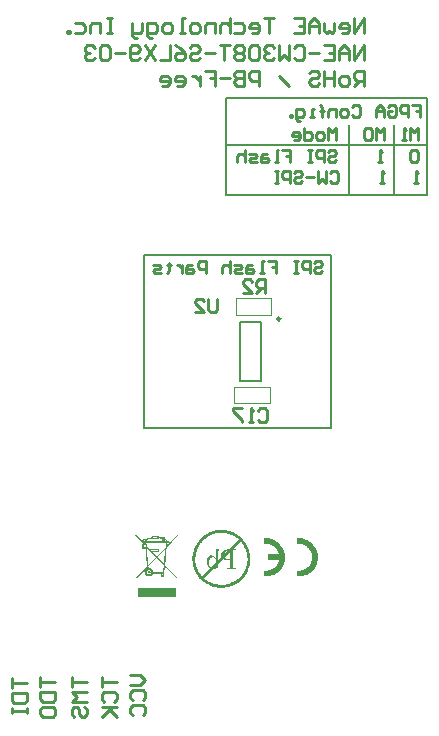
<source format=gbo>
G04*
G04 #@! TF.GenerationSoftware,Altium Limited,Altium Designer,18.1.9 (240)*
G04*
G04 Layer_Color=32896*
%FSLAX25Y25*%
%MOIN*%
G70*
G01*
G75*
%ADD10C,0.00787*%
%ADD11C,0.00984*%
%ADD13C,0.01000*%
%ADD14C,0.00394*%
G36*
X222541Y175877D02*
X223016Y175820D01*
X223467Y175727D01*
X223895Y175600D01*
X224300Y175461D01*
X224670Y175299D01*
X225029Y175125D01*
X225341Y174952D01*
X225631Y174778D01*
X225885Y174605D01*
X226105Y174443D01*
X226290Y174304D01*
X226429Y174177D01*
X226533Y174084D01*
X226603Y174026D01*
X226626Y174003D01*
X226961Y173644D01*
X227250Y173263D01*
X227505Y172881D01*
X227713Y172499D01*
X227898Y172106D01*
X228049Y171735D01*
X228176Y171365D01*
X228280Y171018D01*
X228350Y170694D01*
X228407Y170393D01*
X228454Y170127D01*
X228477Y169896D01*
X228488Y169792D01*
X228500Y169699D01*
Y169630D01*
X228512Y169560D01*
Y169514D01*
Y169479D01*
Y169456D01*
Y169445D01*
X228488Y168958D01*
X228431Y168484D01*
X228338Y168033D01*
X228211Y167605D01*
X228072Y167200D01*
X227910Y166830D01*
X227748Y166483D01*
X227563Y166159D01*
X227389Y165881D01*
X227227Y165626D01*
X227065Y165407D01*
X226915Y165221D01*
X226799Y165083D01*
X226707Y164967D01*
X226649Y164909D01*
X226626Y164886D01*
X226267Y164550D01*
X225885Y164261D01*
X225503Y164007D01*
X225110Y163798D01*
X224728Y163613D01*
X224346Y163463D01*
X223976Y163336D01*
X223629Y163231D01*
X223305Y163162D01*
X223004Y163104D01*
X222738Y163058D01*
X222507Y163035D01*
X222403Y163023D01*
X222310Y163012D01*
X222241D01*
X222171Y163000D01*
X221813D01*
X221708Y163012D01*
X221523D01*
X221465Y163023D01*
X221408D01*
Y164979D01*
X221627Y164955D01*
X221743Y164944D01*
X221836D01*
X221928Y164932D01*
X222056D01*
X222403Y164944D01*
X222727Y164990D01*
X223039Y165059D01*
X223340Y165140D01*
X223618Y165233D01*
X223884Y165349D01*
X224127Y165464D01*
X224346Y165592D01*
X224555Y165719D01*
X224728Y165835D01*
X224879Y165950D01*
X225006Y166043D01*
X225110Y166136D01*
X225191Y166193D01*
X225237Y166240D01*
X225249Y166251D01*
X225480Y166506D01*
X225689Y166772D01*
X225862Y167038D01*
X226012Y167316D01*
X226140Y167582D01*
X226244Y167848D01*
X226336Y168102D01*
X226406Y168345D01*
X226452Y168577D01*
X226498Y168785D01*
X226521Y168970D01*
X226545Y169132D01*
X226556Y169259D01*
X226568Y169363D01*
Y169421D01*
Y169445D01*
X226556Y169792D01*
X226510Y170116D01*
X226441Y170440D01*
X226360Y170740D01*
X226267Y171018D01*
X226151Y171284D01*
X226036Y171527D01*
X225908Y171747D01*
X225781Y171944D01*
X225665Y172117D01*
X225550Y172279D01*
X225457Y172406D01*
X225364Y172499D01*
X225307Y172580D01*
X225260Y172626D01*
X225249Y172638D01*
X224994Y172869D01*
X224728Y173077D01*
X224462Y173251D01*
X224184Y173413D01*
X223918Y173540D01*
X223652Y173644D01*
X223398Y173737D01*
X223155Y173806D01*
X222923Y173853D01*
X222715Y173899D01*
X222530Y173934D01*
X222368Y173945D01*
X222241Y173957D01*
X222136Y173968D01*
X222056D01*
X221813Y173957D01*
X221708D01*
X221604Y173945D01*
X221523Y173934D01*
X221465D01*
X221419Y173922D01*
X221408D01*
Y175866D01*
X221627Y175889D01*
X221732D01*
X221836Y175900D01*
X222056D01*
X222541Y175877D01*
D02*
G37*
G36*
X211573D02*
X212048Y175820D01*
X212499Y175727D01*
X212927Y175600D01*
X213332Y175461D01*
X213702Y175299D01*
X214049Y175125D01*
X214373Y174952D01*
X214651Y174778D01*
X214905Y174605D01*
X215125Y174443D01*
X215310Y174304D01*
X215449Y174177D01*
X215565Y174084D01*
X215623Y174026D01*
X215646Y174003D01*
X215981Y173644D01*
X216270Y173263D01*
X216525Y172881D01*
X216733Y172499D01*
X216918Y172106D01*
X217069Y171735D01*
X217196Y171365D01*
X217300Y171018D01*
X217370Y170694D01*
X217427Y170393D01*
X217474Y170127D01*
X217497Y169896D01*
X217509Y169792D01*
X217520Y169699D01*
Y169630D01*
X217532Y169560D01*
Y169514D01*
Y169479D01*
Y169456D01*
Y169445D01*
X217509Y168958D01*
X217451Y168484D01*
X217358Y168033D01*
X217231Y167605D01*
X217092Y167200D01*
X216930Y166830D01*
X216768Y166483D01*
X216583Y166159D01*
X216409Y165881D01*
X216247Y165626D01*
X216085Y165407D01*
X215935Y165221D01*
X215819Y165083D01*
X215727Y164967D01*
X215669Y164909D01*
X215646Y164886D01*
X215287Y164550D01*
X214905Y164261D01*
X214523Y164007D01*
X214142Y163798D01*
X213748Y163613D01*
X213378Y163463D01*
X213008Y163336D01*
X212661Y163231D01*
X212337Y163162D01*
X212036Y163104D01*
X211770Y163058D01*
X211538Y163035D01*
X211434Y163023D01*
X211342Y163012D01*
X211272D01*
X211203Y163000D01*
X210844D01*
X210740Y163012D01*
X210555D01*
X210497Y163023D01*
X210439D01*
X210451Y164979D01*
X210671Y164955D01*
X210775Y164944D01*
X210879D01*
X210960Y164932D01*
X211087D01*
X211376Y164944D01*
X211666Y164979D01*
X211943Y165025D01*
X212198Y165083D01*
X212452Y165164D01*
X212684Y165245D01*
X212904Y165337D01*
X213100Y165430D01*
X213285Y165522D01*
X213447Y165615D01*
X213586Y165696D01*
X213702Y165777D01*
X213794Y165835D01*
X213864Y165881D01*
X213910Y165916D01*
X213922Y165927D01*
X214142Y166124D01*
X214350Y166321D01*
X214523Y166529D01*
X214685Y166749D01*
X214836Y166957D01*
X214963Y167177D01*
X215079Y167385D01*
X215171Y167582D01*
X215252Y167767D01*
X215322Y167940D01*
X215380Y168091D01*
X215426Y168230D01*
X215461Y168334D01*
X215484Y168415D01*
X215495Y168461D01*
Y168484D01*
X211723D01*
Y170416D01*
X215495D01*
X215426Y170706D01*
X215333Y170972D01*
X215229Y171238D01*
X215113Y171481D01*
X214986Y171701D01*
X214859Y171909D01*
X214720Y172106D01*
X214593Y172279D01*
X214466Y172441D01*
X214338Y172580D01*
X214234Y172696D01*
X214130Y172788D01*
X214049Y172869D01*
X213991Y172927D01*
X213945Y172962D01*
X213933Y172973D01*
X213690Y173147D01*
X213447Y173297D01*
X213205Y173436D01*
X212962Y173552D01*
X212719Y173644D01*
X212487Y173725D01*
X212256Y173795D01*
X212036Y173841D01*
X211839Y173887D01*
X211654Y173910D01*
X211492Y173934D01*
X211353Y173957D01*
X211238D01*
X211157Y173968D01*
X211087D01*
X210844Y173957D01*
X210740D01*
X210636Y173945D01*
X210555Y173934D01*
X210497D01*
X210451Y173922D01*
X210439D01*
Y175866D01*
X210578Y175877D01*
X210694Y175889D01*
X210809D01*
X210902Y175900D01*
X211087D01*
X211573Y175877D01*
D02*
G37*
G36*
X196698Y178573D02*
X197068Y178550D01*
X197427Y178515D01*
X197774Y178457D01*
X198121Y178400D01*
X198445Y178319D01*
X199093Y178145D01*
X199694Y177925D01*
X200261Y177682D01*
X200782Y177428D01*
X201025Y177300D01*
X201256Y177162D01*
X201476Y177034D01*
X201684Y176895D01*
X201881Y176768D01*
X202066Y176641D01*
X202240Y176514D01*
X202402Y176398D01*
X202541Y176282D01*
X202668Y176178D01*
X202783Y176085D01*
X202888Y176005D01*
X202980Y175924D01*
X203050Y175866D01*
X203108Y175808D01*
X203142Y175773D01*
X203165Y175750D01*
X203177Y175738D01*
X203432Y175472D01*
X203674Y175195D01*
X203894Y174917D01*
X204114Y174628D01*
X204299Y174338D01*
X204484Y174061D01*
X204658Y173760D01*
X204808Y173471D01*
X204947Y173181D01*
X205086Y172892D01*
X205306Y172325D01*
X205503Y171782D01*
X205641Y171261D01*
X205769Y170763D01*
X205815Y170532D01*
X205850Y170312D01*
X205884Y170115D01*
X205919Y169919D01*
X205942Y169734D01*
X205954Y169572D01*
X205965Y169421D01*
X205977Y169294D01*
X205988Y169178D01*
Y169074D01*
X206000Y169005D01*
Y168947D01*
Y168912D01*
Y168901D01*
X205988Y168530D01*
X205965Y168160D01*
X205931Y167801D01*
X205873Y167454D01*
X205815Y167107D01*
X205734Y166783D01*
X205560Y166135D01*
X205341Y165534D01*
X205109Y164967D01*
X204855Y164446D01*
X204716Y164203D01*
X204589Y163972D01*
X204461Y163752D01*
X204322Y163544D01*
X204195Y163347D01*
X204068Y163162D01*
X203952Y162988D01*
X203836Y162826D01*
X203721Y162688D01*
X203617Y162560D01*
X203524Y162444D01*
X203432Y162340D01*
X203362Y162248D01*
X203293Y162178D01*
X203246Y162120D01*
X203212Y162086D01*
X203188Y162063D01*
X203177Y162051D01*
X202911Y161797D01*
X202633Y161554D01*
X202355Y161322D01*
X202066Y161114D01*
X201777Y160917D01*
X201488Y160732D01*
X201199Y160570D01*
X200909Y160408D01*
X200620Y160269D01*
X200331Y160142D01*
X199764Y159911D01*
X199208Y159725D01*
X198688Y159575D01*
X198202Y159459D01*
X197970Y159402D01*
X197751Y159367D01*
X197542Y159332D01*
X197346Y159309D01*
X197160Y159274D01*
X196999Y159263D01*
X196848Y159251D01*
X196721Y159240D01*
X196605Y159228D01*
X196501D01*
X196432Y159216D01*
X196327D01*
X195957Y159228D01*
X195587Y159251D01*
X195228Y159286D01*
X194881Y159344D01*
X194546Y159402D01*
X194210Y159483D01*
X193574Y159656D01*
X192972Y159876D01*
X192405Y160119D01*
X191885Y160373D01*
X191642Y160501D01*
X191410Y160640D01*
X191190Y160767D01*
X190982Y160894D01*
X190785Y161033D01*
X190600Y161160D01*
X190427Y161276D01*
X190265Y161392D01*
X190126Y161507D01*
X189999Y161611D01*
X189883Y161704D01*
X189779Y161785D01*
X189686Y161866D01*
X189617Y161935D01*
X189559Y161982D01*
X189524Y162016D01*
X189501Y162039D01*
X189490Y162051D01*
X189235Y162317D01*
X188992Y162595D01*
X188761Y162873D01*
X188552Y163162D01*
X188356Y163451D01*
X188171Y163740D01*
X187997Y164030D01*
X187847Y164319D01*
X187696Y164608D01*
X187569Y164897D01*
X187338Y165464D01*
X187153Y166020D01*
X187002Y166540D01*
X186886Y167026D01*
X186828Y167258D01*
X186794Y167477D01*
X186759Y167686D01*
X186724Y167882D01*
X186701Y168068D01*
X186690Y168229D01*
X186678Y168380D01*
X186667Y168507D01*
X186655Y168623D01*
X186643Y168727D01*
Y168796D01*
Y168854D01*
Y168889D01*
Y168901D01*
X186655Y169271D01*
X186678Y169641D01*
X186713Y170000D01*
X186771Y170347D01*
X186828Y170682D01*
X186909Y171018D01*
X187083Y171654D01*
X187303Y172256D01*
X187546Y172823D01*
X187800Y173343D01*
X187928Y173586D01*
X188066Y173818D01*
X188194Y174038D01*
X188333Y174246D01*
X188460Y174443D01*
X188587Y174628D01*
X188714Y174801D01*
X188830Y174963D01*
X188946Y175102D01*
X189050Y175229D01*
X189143Y175345D01*
X189224Y175449D01*
X189304Y175542D01*
X189362Y175611D01*
X189420Y175669D01*
X189455Y175704D01*
X189478Y175727D01*
X189490Y175738D01*
X189756Y175993D01*
X190033Y176236D01*
X190311Y176467D01*
X190600Y176676D01*
X190890Y176872D01*
X191167Y177057D01*
X191468Y177231D01*
X191757Y177381D01*
X192047Y177532D01*
X192336Y177659D01*
X192903Y177890D01*
X193447Y178076D01*
X193967Y178226D01*
X194465Y178342D01*
X194696Y178400D01*
X194916Y178434D01*
X195113Y178469D01*
X195309Y178504D01*
X195494Y178527D01*
X195656Y178538D01*
X195807Y178550D01*
X195934Y178561D01*
X196050Y178573D01*
X196154Y178585D01*
X196327D01*
X196698Y178573D01*
D02*
G37*
G36*
X182000Y176722D02*
X178078Y172638D01*
X177962Y171538D01*
X177719Y168866D01*
X177522Y166945D01*
X181722Y162630D01*
X181433Y162352D01*
X177488Y166401D01*
X177256Y163914D01*
X177129D01*
Y162965D01*
X176250D01*
Y163914D01*
X173531D01*
X173427Y163729D01*
X173299Y163544D01*
X173103Y163335D01*
X172848Y163162D01*
X172559Y163069D01*
X172281Y163035D01*
X171992Y163046D01*
X171784Y163104D01*
X171541Y163208D01*
X171333Y163335D01*
X171170Y163497D01*
X171009Y163729D01*
X170893Y163983D01*
X170823Y164226D01*
X170800Y164423D01*
X170823Y164666D01*
X170858Y164851D01*
X170928Y165025D01*
X171032Y165221D01*
X171147Y165383D01*
X171309Y165534D01*
X171483Y165649D01*
X171645Y165730D01*
X171622Y165939D01*
X168162Y162352D01*
X167873Y162641D01*
X171587Y166482D01*
X171286Y169838D01*
X171078Y172267D01*
X169967D01*
Y173829D01*
X170256D01*
X167445Y176722D01*
X167734Y176999D01*
X170384Y174269D01*
Y174466D01*
X170326Y174512D01*
X170256Y174558D01*
X170187Y174628D01*
X170118Y174709D01*
X170083Y174813D01*
X170048Y174905D01*
X170037Y175021D01*
X170060Y175171D01*
X170095Y175252D01*
X170199Y175415D01*
X170314Y175519D01*
X170465Y175588D01*
X170627Y175611D01*
X170789Y175588D01*
X170928Y175530D01*
X171043Y175461D01*
X171101Y175391D01*
X171205Y175484D01*
X171379Y175600D01*
X171587Y175704D01*
X171888Y175819D01*
X172212Y175912D01*
X172536Y175981D01*
X172883Y176039D01*
X173161Y176074D01*
Y176421D01*
X175382D01*
Y176120D01*
X175556D01*
X175845Y176085D01*
X176146Y176051D01*
X176435Y176005D01*
Y176190D01*
X177395D01*
Y175738D01*
X177511Y175681D01*
X177661Y175611D01*
X177835Y175507D01*
X177974Y175415D01*
X178101Y175299D01*
X178193Y175218D01*
X178251Y175137D01*
X178298Y175044D01*
X178275Y174882D01*
X178830D01*
Y174177D01*
X178217D01*
X178124Y173262D01*
X181711Y176999D01*
X182000Y176722D01*
D02*
G37*
G36*
X181155Y159147D02*
Y159089D01*
Y159008D01*
Y158927D01*
Y158835D01*
Y158754D01*
Y158696D01*
Y158684D01*
Y158673D01*
Y158291D01*
Y158106D01*
Y157932D01*
Y157793D01*
Y157678D01*
Y157631D01*
Y157597D01*
Y157585D01*
Y157573D01*
Y157354D01*
Y157157D01*
Y156972D01*
Y156810D01*
Y156671D01*
Y156579D01*
Y156509D01*
Y156498D01*
Y156486D01*
Y156324D01*
Y156208D01*
Y156116D01*
Y156058D01*
Y156023D01*
Y156012D01*
Y156000D01*
X168509D01*
Y156023D01*
Y156081D01*
Y156150D01*
Y156243D01*
Y156335D01*
Y156405D01*
Y156463D01*
Y156486D01*
Y156868D01*
Y157053D01*
Y157215D01*
Y157365D01*
Y157469D01*
Y157516D01*
Y157550D01*
Y157562D01*
Y157573D01*
Y157793D01*
Y158002D01*
Y158187D01*
Y158349D01*
Y158488D01*
Y158592D01*
Y158650D01*
Y158673D01*
Y158765D01*
Y158835D01*
Y158962D01*
Y159055D01*
Y159112D01*
Y159147D01*
Y159159D01*
Y159170D01*
X181155D01*
Y159147D01*
D02*
G37*
%LPC*%
G36*
X196490Y177613D02*
X196327D01*
X195992Y177601D01*
X195668Y177590D01*
X195344Y177555D01*
X195032Y177509D01*
X194418Y177381D01*
X193840Y177219D01*
X193296Y177023D01*
X192799Y176803D01*
X192324Y176572D01*
X191896Y176340D01*
X191514Y176097D01*
X191329Y175981D01*
X191167Y175866D01*
X191017Y175750D01*
X190878Y175646D01*
X190739Y175553D01*
X190623Y175461D01*
X190519Y175368D01*
X190427Y175287D01*
X190357Y175229D01*
X190288Y175171D01*
X190242Y175114D01*
X190207Y175091D01*
X190184Y175067D01*
X190172Y175056D01*
X189941Y174813D01*
X189721Y174570D01*
X189513Y174315D01*
X189328Y174061D01*
X189154Y173806D01*
X188992Y173540D01*
X188830Y173286D01*
X188691Y173020D01*
X188448Y172499D01*
X188240Y171990D01*
X188066Y171492D01*
X187939Y171029D01*
X187823Y170578D01*
X187754Y170173D01*
X187719Y169988D01*
X187696Y169815D01*
X187673Y169653D01*
X187650Y169502D01*
X187638Y169375D01*
X187627Y169248D01*
Y169143D01*
X187615Y169062D01*
Y168993D01*
Y168947D01*
Y168912D01*
Y168901D01*
X187627Y168565D01*
X187638Y168241D01*
X187673Y167917D01*
X187719Y167605D01*
X187847Y166991D01*
X188009Y166413D01*
X188205Y165869D01*
X188425Y165360D01*
X188657Y164897D01*
X188888Y164469D01*
X189131Y164076D01*
X189247Y163902D01*
X189362Y163729D01*
X189478Y163578D01*
X189582Y163440D01*
X189675Y163312D01*
X189767Y163185D01*
X189833Y163111D01*
X192509Y165788D01*
X192370Y165881D01*
X192243Y165973D01*
X192197Y166020D01*
X192162Y166054D01*
X192139Y166066D01*
X192128Y166077D01*
X191989Y166216D01*
X191873Y166355D01*
X191769Y166506D01*
X191688Y166667D01*
X191607Y166818D01*
X191549Y166968D01*
X191456Y167269D01*
X191422Y167408D01*
X191399Y167524D01*
X191387Y167639D01*
X191376Y167744D01*
X191364Y167813D01*
Y167882D01*
Y167917D01*
Y167929D01*
Y168114D01*
X191387Y168287D01*
X191445Y168588D01*
X191526Y168866D01*
X191561Y168982D01*
X191607Y169086D01*
X191653Y169178D01*
X191700Y169259D01*
X191746Y169329D01*
X191780Y169386D01*
X191815Y169433D01*
X191838Y169467D01*
X191850Y169479D01*
X191861Y169491D01*
X191954Y169595D01*
X192058Y169687D01*
X192151Y169757D01*
X192255Y169826D01*
X192452Y169930D01*
X192625Y170000D01*
X192787Y170034D01*
X192903Y170057D01*
X192949Y170069D01*
X193018D01*
X193157Y170057D01*
X193285Y170034D01*
X193412Y169988D01*
X193539Y169930D01*
X193771Y169791D01*
X193979Y169630D01*
X194141Y169467D01*
X194210Y169398D01*
X194268Y169329D01*
X194314Y169271D01*
X194349Y169225D01*
X194372Y169201D01*
X194384Y169190D01*
Y172325D01*
X194592D01*
X195888Y171793D01*
X195818Y171631D01*
X195691Y171677D01*
X195587Y171689D01*
X195518Y171701D01*
X195494D01*
X195413Y171689D01*
X195356Y171677D01*
X195309Y171654D01*
X195298Y171643D01*
X195252Y171573D01*
X195217Y171504D01*
X195205Y171434D01*
X195194Y171423D01*
Y171411D01*
X195182Y171377D01*
Y171319D01*
X195170Y171203D01*
Y171053D01*
X195159Y170891D01*
Y170752D01*
Y170624D01*
Y170578D01*
Y170544D01*
Y170520D01*
Y170509D01*
Y168438D01*
X196304Y169595D01*
X196247Y169815D01*
X196223Y169930D01*
X196212Y170023D01*
X196200Y170115D01*
Y170185D01*
Y170231D01*
Y170243D01*
X196212Y170451D01*
X196258Y170636D01*
X196304Y170810D01*
X196374Y170948D01*
X196432Y171076D01*
X196490Y171157D01*
X196536Y171215D01*
X196547Y171238D01*
X196686Y171388D01*
X196825Y171515D01*
X196964Y171619D01*
X197091Y171701D01*
X197207Y171758D01*
X197299Y171805D01*
X197357Y171828D01*
X197380Y171839D01*
X197589Y171897D01*
X197808Y171943D01*
X198028Y171967D01*
X198248Y171990D01*
X198445Y172001D01*
X198526Y172013D01*
X198734D01*
X202118Y175397D01*
X202240Y175287D01*
X202483Y175056D01*
X202124Y175403D01*
X202118Y175397D01*
X201997Y175507D01*
X201742Y175715D01*
X201488Y175900D01*
X201222Y176074D01*
X200967Y176236D01*
X200701Y176398D01*
X200446Y176537D01*
X199926Y176780D01*
X199417Y176988D01*
X198919Y177162D01*
X198445Y177289D01*
X198005Y177404D01*
X197600Y177474D01*
X197415Y177509D01*
X197241Y177532D01*
X197080Y177555D01*
X196929Y177578D01*
X196790Y177590D01*
X196675Y177601D01*
X196571D01*
X196490Y177613D01*
D02*
G37*
G36*
X198318Y171596D02*
X198179Y171550D01*
X198051Y171504D01*
X198005Y171481D01*
X197970Y171469D01*
X197947Y171446D01*
X197936D01*
X197832Y171377D01*
X197727Y171295D01*
X197646Y171203D01*
X197577Y171122D01*
X197519Y171041D01*
X197485Y170972D01*
X197461Y170925D01*
X197450Y170914D01*
X197392Y170786D01*
X197357Y170705D01*
X197346Y170648D01*
X197334Y170624D01*
X198318Y171596D01*
D02*
G37*
G36*
X199266Y171168D02*
X197473Y169386D01*
X197531Y169294D01*
X197589Y169225D01*
X197623Y169178D01*
X197635Y169167D01*
X197774Y169039D01*
X197924Y168935D01*
X198063Y168866D01*
X198190Y168820D01*
X198306Y168796D01*
X198398Y168785D01*
X198456Y168773D01*
X198479D01*
X198584Y168785D01*
X198699Y168796D01*
X198746D01*
X198780Y168808D01*
X198815D01*
X198965Y168820D01*
X199116Y168843D01*
X199174Y168854D01*
X199220Y168866D01*
X199255Y168877D01*
X199266D01*
Y171168D01*
D02*
G37*
G36*
X193481Y169386D02*
X193389D01*
X193215Y169363D01*
X193065Y169317D01*
X192926Y169248D01*
X192799Y169167D01*
X192694Y169086D01*
X192625Y169016D01*
X192567Y168970D01*
X192556Y168947D01*
X192428Y168762D01*
X192336Y168553D01*
X192266Y168345D01*
X192220Y168137D01*
X192197Y167952D01*
X192185Y167871D01*
X192174Y167801D01*
Y167744D01*
Y167697D01*
Y167674D01*
Y167663D01*
X192185Y167350D01*
X192232Y167072D01*
X192290Y166830D01*
X192359Y166644D01*
X192440Y166494D01*
X192498Y166390D01*
X192544Y166320D01*
X192556Y166297D01*
X192625Y166193D01*
X192694Y166124D01*
X192752Y166066D01*
X192764Y166054D01*
X192775D01*
X194384Y167651D01*
Y168889D01*
X194268Y168993D01*
X194176Y169074D01*
X194083Y169132D01*
X194014Y169190D01*
X193956Y169225D01*
X193921Y169248D01*
X193898Y169271D01*
X193886D01*
X193701Y169340D01*
X193620Y169363D01*
X193539Y169375D01*
X193481Y169386D01*
D02*
G37*
G36*
X202483Y175056D02*
X202495Y175043D01*
X202506Y175021D01*
X202541Y174986D01*
X202587Y174940D01*
X202645Y174871D01*
X202714Y174801D01*
X202795Y174709D01*
X200099Y172013D01*
X201083D01*
Y171839D01*
X200840D01*
X200712Y171828D01*
X200608Y171805D01*
X200504Y171770D01*
X200435Y171735D01*
X200377Y171701D01*
X200331Y171666D01*
X200308Y171643D01*
X200296Y171631D01*
X200250Y171562D01*
X200227Y171458D01*
X200203Y171330D01*
X200180Y171203D01*
Y171076D01*
X200169Y170983D01*
Y170902D01*
Y170891D01*
Y170879D01*
Y166748D01*
Y166563D01*
X200180Y166401D01*
X200192Y166286D01*
X200215Y166193D01*
X200227Y166124D01*
X200250Y166077D01*
X200261Y166054D01*
Y166043D01*
X200342Y165962D01*
X200435Y165892D01*
X200527Y165846D01*
X200620Y165823D01*
X200701Y165800D01*
X200770Y165788D01*
X201083D01*
Y165603D01*
X198341D01*
Y165788D01*
X198584D01*
X198711Y165800D01*
X198815Y165823D01*
X198908Y165846D01*
X198989Y165892D01*
X199046Y165927D01*
X199093Y165950D01*
X199116Y165973D01*
X199127Y165985D01*
X199174Y166066D01*
X199208Y166170D01*
X199232Y166297D01*
X199243Y166425D01*
X199255Y166552D01*
X199266Y166656D01*
Y166725D01*
Y166737D01*
Y166748D01*
Y168600D01*
X199139Y168577D01*
X199023Y168553D01*
X198931Y168542D01*
X198850Y168530D01*
X198780Y168519D01*
X198734Y168507D01*
X198688D01*
X198491Y168484D01*
X198398D01*
X198329Y168473D01*
X198179D01*
X197901Y168484D01*
X197646Y168530D01*
X197427Y168588D01*
X197241Y168646D01*
X197103Y168715D01*
X196999Y168762D01*
X196929Y168808D01*
X196906Y168820D01*
X195159Y167072D01*
Y166020D01*
X195009Y165927D01*
X194858Y165846D01*
X194731Y165777D01*
X194604Y165719D01*
X194511Y165673D01*
X194430Y165638D01*
X194372Y165626D01*
X194361Y165615D01*
X194222Y165568D01*
X194095Y165534D01*
X193956Y165510D01*
X193840Y165499D01*
X193747Y165487D01*
X193666Y165476D01*
X193562D01*
X190508Y162421D01*
X190161Y162745D01*
X190134Y162774D01*
X190138Y162768D01*
X190161Y162745D01*
X190172Y162734D01*
X190415Y162502D01*
X190658Y162283D01*
X190913Y162086D01*
X191167Y161889D01*
X191422Y161716D01*
X191688Y161554D01*
X191943Y161403D01*
X192209Y161264D01*
X192729Y161021D01*
X193238Y160813D01*
X193736Y160640D01*
X194199Y160512D01*
X194650Y160397D01*
X195055Y160327D01*
X195240Y160292D01*
X195413Y160269D01*
X195575Y160246D01*
X195726Y160223D01*
X195853Y160212D01*
X195980Y160200D01*
X196084D01*
X196166Y160188D01*
X196327D01*
X196663Y160200D01*
X196987Y160223D01*
X197311Y160246D01*
X197623Y160292D01*
X198237Y160420D01*
X198803Y160582D01*
X199347Y160778D01*
X199856Y160998D01*
X200331Y161230D01*
X200759Y161461D01*
X201141Y161704D01*
X201314Y161820D01*
X201488Y161924D01*
X201638Y162039D01*
X201777Y162144D01*
X201904Y162248D01*
X202031Y162340D01*
X202136Y162421D01*
X202228Y162502D01*
X202298Y162572D01*
X202367Y162630D01*
X202413Y162676D01*
X202448Y162711D01*
X202471Y162722D01*
X202483Y162734D01*
X202714Y162977D01*
X202934Y163220D01*
X203131Y163474D01*
X203327Y163729D01*
X203501Y163995D01*
X203663Y164249D01*
X203825Y164515D01*
X203964Y164782D01*
X204207Y165302D01*
X204415Y165811D01*
X204589Y166309D01*
X204716Y166772D01*
X204820Y167223D01*
X204901Y167628D01*
X204936Y167813D01*
X204959Y167987D01*
X204982Y168149D01*
X205005Y168299D01*
X205017Y168426D01*
X205028Y168553D01*
Y168658D01*
X205040Y168739D01*
Y168808D01*
Y168854D01*
Y168889D01*
Y168901D01*
X205028Y169236D01*
X205005Y169560D01*
X204982Y169884D01*
X204924Y170196D01*
X204808Y170810D01*
X204635Y171388D01*
X204450Y171932D01*
X204230Y172429D01*
X203998Y172904D01*
X203755Y173332D01*
X203524Y173714D01*
X203408Y173899D01*
X203293Y174061D01*
X203177Y174211D01*
X203073Y174350D01*
X202980Y174489D01*
X202876Y174605D01*
X202795Y174709D01*
X202807Y174720D01*
X202495Y175043D01*
X202494Y175044D01*
X202483Y175056D01*
D02*
G37*
G36*
X189833Y163111D02*
X189825Y163104D01*
X190002Y162915D01*
X189999Y162919D01*
X189941Y162988D01*
X189860Y163081D01*
X189833Y163111D01*
D02*
G37*
G36*
X190002Y162915D02*
X190057Y162849D01*
X190083Y162828D01*
X190134Y162774D01*
X190114Y162803D01*
X190083Y162828D01*
X190002Y162915D01*
D02*
G37*
G36*
X174965Y176028D02*
X173554D01*
Y175796D01*
X174965D01*
Y176028D01*
D02*
G37*
G36*
X175382Y175704D02*
Y175391D01*
X173161D01*
Y175657D01*
X172698Y175588D01*
X172281Y175484D01*
X171934Y175391D01*
X171656Y175264D01*
X171437Y175137D01*
X171275Y174986D01*
Y174882D01*
X176435D01*
Y175565D01*
X176122Y175623D01*
X175775Y175669D01*
X175382Y175704D01*
D02*
G37*
G36*
X177002Y175796D02*
X176840D01*
Y175264D01*
X176990D01*
X177002Y175796D01*
D02*
G37*
G36*
X177395Y175276D02*
Y174882D01*
X177869D01*
X177881Y174952D01*
X177765Y175067D01*
X177615Y175171D01*
X177395Y175276D01*
D02*
G37*
G36*
X170685Y175206D02*
X170650D01*
X170580Y175195D01*
X170534Y175171D01*
X170488Y175148D01*
X170465Y175114D01*
X170442Y175044D01*
Y175021D01*
Y175010D01*
X170453Y174940D01*
X170476Y174894D01*
X170511Y174859D01*
X170546Y174836D01*
X170615Y174813D01*
X170650D01*
X170719Y174824D01*
X170765Y174847D01*
X170800Y174871D01*
X170823Y174917D01*
X170846Y174975D01*
Y174998D01*
Y175010D01*
X170835Y175079D01*
X170812Y175125D01*
X170789Y175160D01*
X170742Y175183D01*
X170685Y175206D01*
D02*
G37*
G36*
X171147Y173436D02*
X170372D01*
Y172672D01*
X171147D01*
Y173436D01*
D02*
G37*
G36*
X175023Y171689D02*
X172941D01*
Y171562D01*
X175023D01*
Y171689D01*
D02*
G37*
G36*
X177812Y174177D02*
X171333D01*
X171367Y173829D01*
X171541D01*
Y173089D01*
X172513Y172094D01*
X175428D01*
Y171168D01*
X173415D01*
X174757Y169780D01*
X177684Y172823D01*
X177812Y174177D01*
D02*
G37*
G36*
X177627Y172175D02*
X175035Y169491D01*
X177164Y167304D01*
X177627Y172175D01*
D02*
G37*
G36*
X171541Y172510D02*
Y172267D01*
X171494D01*
X171957Y166876D01*
X174479Y169491D01*
X172848Y171168D01*
X172513D01*
Y171504D01*
X171541Y172510D01*
D02*
G37*
G36*
X174757Y169201D02*
X172003Y166344D01*
X172050Y165846D01*
X172235Y165858D01*
X172443Y165846D01*
X172698Y165777D01*
X172941Y165649D01*
X173126Y165522D01*
X173299Y165349D01*
X173450Y165129D01*
X173577Y164851D01*
X173635Y164539D01*
X173623Y164330D01*
X176886D01*
X177118Y166772D01*
X174757Y169201D01*
D02*
G37*
G36*
X172293Y165152D02*
X172223D01*
X172096Y165140D01*
X171992Y165117D01*
X171899Y165082D01*
X171818Y165048D01*
X171749Y164990D01*
X171703Y164932D01*
X171610Y164805D01*
X171564Y164666D01*
X171541Y164562D01*
X171529Y164515D01*
Y164481D01*
Y164458D01*
Y164446D01*
X171541Y164319D01*
X171564Y164215D01*
X171599Y164122D01*
X171633Y164041D01*
X171691Y163983D01*
X171749Y163926D01*
X171876Y163845D01*
X172003Y163787D01*
X172119Y163763D01*
X172154Y163752D01*
X172223D01*
X172351Y163763D01*
X172455Y163787D01*
X172547Y163821D01*
X172628Y163856D01*
X172698Y163914D01*
X172756Y163972D01*
X172837Y164099D01*
X172894Y164226D01*
X172918Y164342D01*
X172929Y164377D01*
Y164411D01*
Y164435D01*
Y164446D01*
X172918Y164573D01*
X172894Y164678D01*
X172860Y164770D01*
X172813Y164851D01*
X172767Y164920D01*
X172709Y164978D01*
X172571Y165059D01*
X172443Y165117D01*
X172327Y165140D01*
X172293Y165152D01*
D02*
G37*
G36*
X176736Y163926D02*
X176643D01*
Y163358D01*
X176736D01*
Y163926D01*
D02*
G37*
%LPD*%
G36*
X172385Y164897D02*
X172501Y164851D01*
X172582Y164770D01*
X172640Y164689D01*
X172675Y164596D01*
X172686Y164515D01*
X172698Y164469D01*
Y164446D01*
X172675Y164296D01*
X172628Y164180D01*
X172547Y164099D01*
X172455Y164041D01*
X172374Y164006D01*
X172293Y163995D01*
X172247Y163983D01*
X172223D01*
X172073Y164006D01*
X171957Y164053D01*
X171876Y164134D01*
X171818Y164215D01*
X171784Y164296D01*
X171772Y164377D01*
X171760Y164423D01*
Y164446D01*
X171784Y164608D01*
X171830Y164724D01*
X171911Y164805D01*
X171992Y164863D01*
X172073Y164897D01*
X172154Y164909D01*
X172200Y164920D01*
X172223D01*
X172385Y164897D01*
D02*
G37*
%LPC*%
G36*
X172235Y164515D02*
X172223D01*
X172177Y164504D01*
X172166Y164481D01*
X172154Y164458D01*
Y164446D01*
X172166Y164411D01*
X172189Y164388D01*
X172212Y164377D01*
X172223D01*
X172258Y164388D01*
X172281Y164411D01*
X172293Y164435D01*
Y164446D01*
X172281Y164492D01*
X172258Y164504D01*
X172235Y164515D01*
D02*
G37*
%LPD*%
D10*
X209543Y228157D02*
Y247843D01*
X202457Y228157D02*
Y247843D01*
X209543D01*
X202457Y228157D02*
X209543D01*
X198000Y322500D02*
X265000D01*
X198000Y290000D02*
Y322500D01*
Y290000D02*
X265000D01*
Y322500D01*
X198000Y306750D02*
X265000D01*
X239000Y290000D02*
Y313500D01*
X254000Y290000D02*
X254500D01*
X254000D02*
Y313500D01*
X170500Y270000D02*
X233000D01*
X170500Y212500D02*
Y270000D01*
Y212500D02*
X233000D01*
Y270000D01*
D11*
X215941Y248847D02*
G03*
X215941Y248847I-492J0D01*
G01*
D13*
X262000Y308397D02*
Y312396D01*
X260667Y311063D01*
X259334Y312396D01*
Y308397D01*
X258001D02*
X256668D01*
X257335D01*
Y312396D01*
X258001Y311729D01*
X250670Y308397D02*
Y312396D01*
X249337Y311063D01*
X248005Y312396D01*
Y308397D01*
X246672Y311729D02*
X246005Y312396D01*
X244672D01*
X244006Y311729D01*
Y309063D01*
X244672Y308397D01*
X246005D01*
X246672Y309063D01*
Y311729D01*
X234676Y308397D02*
Y312396D01*
X233343Y311063D01*
X232010Y312396D01*
Y308397D01*
X230010D02*
X228677D01*
X228011Y309063D01*
Y310396D01*
X228677Y311063D01*
X230010D01*
X230677Y310396D01*
Y309063D01*
X230010Y308397D01*
X224012Y312396D02*
Y308397D01*
X226012D01*
X226678Y309063D01*
Y310396D01*
X226012Y311063D01*
X224012D01*
X220680Y308397D02*
X222013D01*
X222679Y309063D01*
Y310396D01*
X222013Y311063D01*
X220680D01*
X220013Y310396D01*
Y309730D01*
X222679D01*
X262000Y304531D02*
X261334Y305197D01*
X260001D01*
X259334Y304531D01*
Y301865D01*
X260001Y301199D01*
X261334D01*
X262000Y301865D01*
Y304531D01*
X250004Y301199D02*
X248671D01*
X249337D01*
Y305197D01*
X250004Y304531D01*
X232010D02*
X232676Y305197D01*
X234009D01*
X234676Y304531D01*
Y303864D01*
X234009Y303198D01*
X232676D01*
X232010Y302531D01*
Y301865D01*
X232676Y301199D01*
X234009D01*
X234676Y301865D01*
X230677Y301199D02*
Y305197D01*
X228677D01*
X228011Y304531D01*
Y303198D01*
X228677Y302531D01*
X230677D01*
X226678Y305197D02*
X225345D01*
X226012D01*
Y301199D01*
X226678D01*
X225345D01*
X216681Y305197D02*
X219347D01*
Y303198D01*
X218014D01*
X219347D01*
Y301199D01*
X215348D02*
X214016D01*
X214682D01*
Y305197D01*
X215348D01*
X211350Y303864D02*
X210017D01*
X209350Y303198D01*
Y301199D01*
X211350D01*
X212016Y301865D01*
X211350Y302531D01*
X209350D01*
X208017Y301199D02*
X206018D01*
X205352Y301865D01*
X206018Y302531D01*
X207351D01*
X208017Y303198D01*
X207351Y303864D01*
X205352D01*
X204019Y305197D02*
Y301199D01*
Y303198D01*
X203352Y303864D01*
X202019D01*
X201353Y303198D01*
Y301199D01*
X262000Y294000D02*
X260667D01*
X261334D01*
Y297999D01*
X262000Y297332D01*
X250670Y294000D02*
X249337D01*
X250004D01*
Y297999D01*
X250670Y297332D01*
X232676D02*
X233343Y297999D01*
X234676D01*
X235342Y297332D01*
Y294666D01*
X234676Y294000D01*
X233343D01*
X232676Y294666D01*
X231343Y297999D02*
Y294000D01*
X230010Y295333D01*
X228677Y294000D01*
Y297999D01*
X227344Y295999D02*
X224679D01*
X220680Y297332D02*
X221346Y297999D01*
X222679D01*
X223346Y297332D01*
Y296666D01*
X222679Y295999D01*
X221346D01*
X220680Y295333D01*
Y294666D01*
X221346Y294000D01*
X222679D01*
X223346Y294666D01*
X219347Y294000D02*
Y297999D01*
X217348D01*
X216681Y297332D01*
Y295999D01*
X217348Y295333D01*
X219347D01*
X215348Y297999D02*
X214016D01*
X214682D01*
Y294000D01*
X215348D01*
X214016D01*
X244000Y326500D02*
Y331498D01*
X241501D01*
X240668Y330665D01*
Y328999D01*
X241501Y328166D01*
X244000D01*
X242334D02*
X240668Y326500D01*
X238169D02*
X236502D01*
X235669Y327333D01*
Y328999D01*
X236502Y329832D01*
X238169D01*
X239002Y328999D01*
Y327333D01*
X238169Y326500D01*
X234003Y331498D02*
Y326500D01*
Y328999D01*
X230671D01*
Y331498D01*
Y326500D01*
X225673Y330665D02*
X226506Y331498D01*
X228172D01*
X229005Y330665D01*
Y329832D01*
X228172Y328999D01*
X226506D01*
X225673Y328166D01*
Y327333D01*
X226506Y326500D01*
X228172D01*
X229005Y327333D01*
X219008Y326500D02*
X215676Y329832D01*
X209011Y326500D02*
Y331498D01*
X206512D01*
X205679Y330665D01*
Y328999D01*
X206512Y328166D01*
X209011D01*
X204013Y331498D02*
Y326500D01*
X201514D01*
X200681Y327333D01*
Y328166D01*
X201514Y328999D01*
X204013D01*
X201514D01*
X200681Y329832D01*
Y330665D01*
X201514Y331498D01*
X204013D01*
X199015Y328999D02*
X195682D01*
X190684Y331498D02*
X194016D01*
Y328999D01*
X192350D01*
X194016D01*
Y326500D01*
X189018Y329832D02*
Y326500D01*
Y328166D01*
X188185Y328999D01*
X187352Y329832D01*
X186519D01*
X181520Y326500D02*
X183186D01*
X184019Y327333D01*
Y328999D01*
X183186Y329832D01*
X181520D01*
X180687Y328999D01*
Y328166D01*
X184019D01*
X176522Y326500D02*
X178188D01*
X179021Y327333D01*
Y328999D01*
X178188Y329832D01*
X176522D01*
X175689Y328999D01*
Y328166D01*
X179021D01*
X244000Y335000D02*
Y339998D01*
X240668Y335000D01*
Y339998D01*
X239002Y335000D02*
Y338332D01*
X237335Y339998D01*
X235669Y338332D01*
Y335000D01*
Y337499D01*
X239002D01*
X230671Y339998D02*
X234003D01*
Y335000D01*
X230671D01*
X234003Y337499D02*
X232337D01*
X229005D02*
X225673D01*
X220674Y339165D02*
X221507Y339998D01*
X223173D01*
X224007Y339165D01*
Y335833D01*
X223173Y335000D01*
X221507D01*
X220674Y335833D01*
X219008Y339998D02*
Y335000D01*
X217342Y336666D01*
X215676Y335000D01*
Y339998D01*
X214010Y339165D02*
X213177Y339998D01*
X211510D01*
X210678Y339165D01*
Y338332D01*
X211510Y337499D01*
X212344D01*
X211510D01*
X210678Y336666D01*
Y335833D01*
X211510Y335000D01*
X213177D01*
X214010Y335833D01*
X209011Y339165D02*
X208178Y339998D01*
X206512D01*
X205679Y339165D01*
Y335833D01*
X206512Y335000D01*
X208178D01*
X209011Y335833D01*
Y339165D01*
X204013D02*
X203180Y339998D01*
X201514D01*
X200681Y339165D01*
Y338332D01*
X201514Y337499D01*
X200681Y336666D01*
Y335833D01*
X201514Y335000D01*
X203180D01*
X204013Y335833D01*
Y336666D01*
X203180Y337499D01*
X204013Y338332D01*
Y339165D01*
X203180Y337499D02*
X201514D01*
X199015Y339998D02*
X195682D01*
X197348D01*
Y335000D01*
X194016Y337499D02*
X190684D01*
X185686Y339165D02*
X186519Y339998D01*
X188185D01*
X189018Y339165D01*
Y338332D01*
X188185Y337499D01*
X186519D01*
X185686Y336666D01*
Y335833D01*
X186519Y335000D01*
X188185D01*
X189018Y335833D01*
X180687Y339998D02*
X182353Y339165D01*
X184019Y337499D01*
Y335833D01*
X183186Y335000D01*
X181520D01*
X180687Y335833D01*
Y336666D01*
X181520Y337499D01*
X184019D01*
X179021Y339998D02*
Y335000D01*
X175689D01*
X174023Y339998D02*
X170690Y335000D01*
Y339998D02*
X174023Y335000D01*
X169024Y335833D02*
X168191Y335000D01*
X166525D01*
X165692Y335833D01*
Y339165D01*
X166525Y339998D01*
X168191D01*
X169024Y339165D01*
Y338332D01*
X168191Y337499D01*
X165692D01*
X164026D02*
X160694D01*
X159028Y339165D02*
X158194Y339998D01*
X156528D01*
X155695Y339165D01*
Y335833D01*
X156528Y335000D01*
X158194D01*
X159028Y335833D01*
Y339165D01*
X154029D02*
X153196Y339998D01*
X151530D01*
X150697Y339165D01*
Y338332D01*
X151530Y337499D01*
X152363D01*
X151530D01*
X150697Y336666D01*
Y335833D01*
X151530Y335000D01*
X153196D01*
X154029Y335833D01*
X244000Y344000D02*
Y348998D01*
X240668Y344000D01*
Y348998D01*
X236502Y344000D02*
X238169D01*
X239002Y344833D01*
Y346499D01*
X238169Y347332D01*
X236502D01*
X235669Y346499D01*
Y345666D01*
X239002D01*
X234003Y347332D02*
Y344833D01*
X233170Y344000D01*
X232337Y344833D01*
X231504Y344000D01*
X230671Y344833D01*
Y347332D01*
X229005Y344000D02*
Y347332D01*
X227339Y348998D01*
X225673Y347332D01*
Y344000D01*
Y346499D01*
X229005D01*
X220674Y348998D02*
X224007D01*
Y344000D01*
X220674D01*
X224007Y346499D02*
X222340D01*
X214010Y348998D02*
X210678D01*
X212344D01*
Y344000D01*
X206512D02*
X208178D01*
X209011Y344833D01*
Y346499D01*
X208178Y347332D01*
X206512D01*
X205679Y346499D01*
Y345666D01*
X209011D01*
X200681Y347332D02*
X203180D01*
X204013Y346499D01*
Y344833D01*
X203180Y344000D01*
X200681D01*
X199015Y348998D02*
Y344000D01*
Y346499D01*
X198181Y347332D01*
X196515D01*
X195682Y346499D01*
Y344000D01*
X194016D02*
Y347332D01*
X191517D01*
X190684Y346499D01*
Y344000D01*
X188185D02*
X186519D01*
X185686Y344833D01*
Y346499D01*
X186519Y347332D01*
X188185D01*
X189018Y346499D01*
Y344833D01*
X188185Y344000D01*
X184019D02*
X182353D01*
X183186D01*
Y348998D01*
X184019D01*
X179021Y344000D02*
X177355D01*
X176522Y344833D01*
Y346499D01*
X177355Y347332D01*
X179021D01*
X179854Y346499D01*
Y344833D01*
X179021Y344000D01*
X173190Y342334D02*
X172356D01*
X171523Y343167D01*
Y347332D01*
X174023D01*
X174856Y346499D01*
Y344833D01*
X174023Y344000D01*
X171523D01*
X169857Y347332D02*
Y344833D01*
X169024Y344000D01*
X166525D01*
Y343167D01*
X167358Y342334D01*
X168191D01*
X166525Y344000D02*
Y347332D01*
X159861Y348998D02*
X158194D01*
X159028D01*
Y344000D01*
X159861D01*
X158194D01*
X155695D02*
Y347332D01*
X153196D01*
X152363Y346499D01*
Y344000D01*
X147365Y347332D02*
X149864D01*
X150697Y346499D01*
Y344833D01*
X149864Y344000D01*
X147365D01*
X145698D02*
Y344833D01*
X144866D01*
Y344000D01*
X145698D01*
X126502Y129000D02*
Y125668D01*
Y127334D01*
X131500D01*
X126502Y124002D02*
X131500D01*
Y121502D01*
X130667Y120669D01*
X127335D01*
X126502Y121502D01*
Y124002D01*
Y119003D02*
Y117337D01*
Y118170D01*
X131500D01*
Y119003D01*
Y117337D01*
X136002Y129500D02*
Y126168D01*
Y127834D01*
X141000D01*
X136002Y124502D02*
X141000D01*
Y122002D01*
X140167Y121169D01*
X136835D01*
X136002Y122002D01*
Y124502D01*
Y117004D02*
Y118670D01*
X136835Y119503D01*
X140167D01*
X141000Y118670D01*
Y117004D01*
X140167Y116171D01*
X136835D01*
X136002Y117004D01*
X146502Y129500D02*
Y126168D01*
Y127834D01*
X151500D01*
Y124502D02*
X146502D01*
X148168Y122836D01*
X146502Y121169D01*
X151500D01*
X147335Y116171D02*
X146502Y117004D01*
Y118670D01*
X147335Y119503D01*
X148168D01*
X149001Y118670D01*
Y117004D01*
X149834Y116171D01*
X150667D01*
X151500Y117004D01*
Y118670D01*
X150667Y119503D01*
X156502Y129500D02*
Y126168D01*
Y127834D01*
X161500D01*
X157335Y121169D02*
X156502Y122002D01*
Y123669D01*
X157335Y124502D01*
X160667D01*
X161500Y123669D01*
Y122002D01*
X160667Y121169D01*
X156502Y119503D02*
X161500D01*
X159834D01*
X156502Y116171D01*
X159001Y118670D01*
X161500Y116171D01*
X166002Y130000D02*
X169334D01*
X171000Y128334D01*
X169334Y126668D01*
X166002D01*
X166835Y121669D02*
X166002Y122502D01*
Y124169D01*
X166835Y125002D01*
X170167D01*
X171000Y124169D01*
Y122502D01*
X170167Y121669D01*
X166835Y116671D02*
X166002Y117504D01*
Y119170D01*
X166835Y120003D01*
X170167D01*
X171000Y119170D01*
Y117504D01*
X170167Y116671D01*
X259834Y319999D02*
X262500D01*
Y317999D01*
X261167D01*
X262500D01*
Y316000D01*
X258501D02*
Y319999D01*
X256502D01*
X255836Y319332D01*
Y317999D01*
X256502Y317333D01*
X258501D01*
X251837Y319332D02*
X252503Y319999D01*
X253836D01*
X254503Y319332D01*
Y316666D01*
X253836Y316000D01*
X252503D01*
X251837Y316666D01*
Y317999D01*
X253170D01*
X250504Y316000D02*
Y318666D01*
X249171Y319999D01*
X247838Y318666D01*
Y316000D01*
Y317999D01*
X250504D01*
X239841Y319332D02*
X240507Y319999D01*
X241840D01*
X242506Y319332D01*
Y316666D01*
X241840Y316000D01*
X240507D01*
X239841Y316666D01*
X237841Y316000D02*
X236508D01*
X235842Y316666D01*
Y317999D01*
X236508Y318666D01*
X237841D01*
X238508Y317999D01*
Y316666D01*
X237841Y316000D01*
X234509D02*
Y318666D01*
X232510D01*
X231843Y317999D01*
Y316000D01*
X229844D02*
Y319332D01*
Y317999D01*
X230510D01*
X229177D01*
X229844D01*
Y319332D01*
X229177Y319999D01*
X227178Y316000D02*
X225845D01*
X226512D01*
Y318666D01*
X227178D01*
X222513Y314667D02*
X221847D01*
X221180Y315334D01*
Y318666D01*
X223179D01*
X223846Y317999D01*
Y316666D01*
X223179Y316000D01*
X221180D01*
X219847D02*
Y316666D01*
X219181D01*
Y316000D01*
X219847D01*
X227334Y267332D02*
X228001Y267999D01*
X229334D01*
X230000Y267332D01*
Y266666D01*
X229334Y265999D01*
X228001D01*
X227334Y265333D01*
Y264666D01*
X228001Y264000D01*
X229334D01*
X230000Y264666D01*
X226001Y264000D02*
Y267999D01*
X224002D01*
X223336Y267332D01*
Y265999D01*
X224002Y265333D01*
X226001D01*
X222003Y267999D02*
X220670D01*
X221336D01*
Y264000D01*
X222003D01*
X220670D01*
X212006Y267999D02*
X214672D01*
Y265999D01*
X213339D01*
X214672D01*
Y264000D01*
X210673D02*
X209340D01*
X210006D01*
Y267999D01*
X210673D01*
X206674Y266666D02*
X205341D01*
X204675Y265999D01*
Y264000D01*
X206674D01*
X207341Y264666D01*
X206674Y265333D01*
X204675D01*
X203342Y264000D02*
X201343D01*
X200676Y264666D01*
X201343Y265333D01*
X202676D01*
X203342Y265999D01*
X202676Y266666D01*
X200676D01*
X199343Y267999D02*
Y264000D01*
Y265999D01*
X198677Y266666D01*
X197344D01*
X196677Y265999D01*
Y264000D01*
X191346D02*
Y267999D01*
X189347D01*
X188680Y267332D01*
Y265999D01*
X189347Y265333D01*
X191346D01*
X186681Y266666D02*
X185348D01*
X184681Y265999D01*
Y264000D01*
X186681D01*
X187347Y264666D01*
X186681Y265333D01*
X184681D01*
X183348Y266666D02*
Y264000D01*
Y265333D01*
X182682Y265999D01*
X182016Y266666D01*
X181349D01*
X178683Y267332D02*
Y266666D01*
X179350D01*
X178017D01*
X178683D01*
Y264666D01*
X178017Y264000D01*
X176017D02*
X174018D01*
X173352Y264666D01*
X174018Y265333D01*
X175351D01*
X176017Y265999D01*
X175351Y266666D01*
X173352D01*
X211000Y257500D02*
Y261999D01*
X208751D01*
X208001Y261249D01*
Y259749D01*
X208751Y258999D01*
X211000D01*
X209501D02*
X208001Y257500D01*
X203502D02*
X206502D01*
X203502Y260499D01*
Y261249D01*
X204252Y261999D01*
X205752D01*
X206502Y261249D01*
X195000Y255499D02*
Y251750D01*
X194250Y251000D01*
X192751D01*
X192001Y251750D01*
Y255499D01*
X187502Y251000D02*
X190501D01*
X187502Y253999D01*
Y254749D01*
X188252Y255499D01*
X189752D01*
X190501Y254749D01*
X208501Y218249D02*
X209251Y218999D01*
X210750D01*
X211500Y218249D01*
Y215250D01*
X210750Y214500D01*
X209251D01*
X208501Y215250D01*
X207001Y214500D02*
X205502D01*
X206252D01*
Y218999D01*
X207001Y218249D01*
X203253Y218999D02*
X200254D01*
Y218249D01*
X203253Y215250D01*
Y214500D01*
D14*
X200594Y220744D02*
Y226256D01*
X212405Y220744D02*
Y226256D01*
X200594Y220744D02*
X212405D01*
X200594Y226256D02*
X212405D01*
X201095Y250244D02*
Y255756D01*
X212906Y250244D02*
Y255756D01*
X201095Y250244D02*
X212906D01*
X201095Y255756D02*
X212906D01*
M02*

</source>
